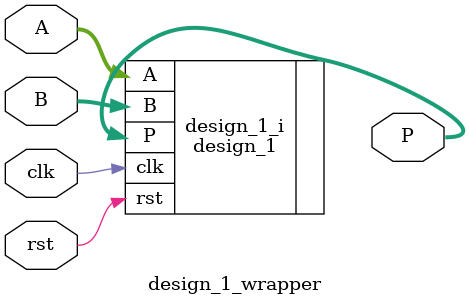
<source format=v>
`timescale 1 ps / 1 ps

module design_1_wrapper
   (A,
    B,
    P,
    clk,
    rst);
  input [31:0]A;
  input [31:0]B;
  output [63:0]P;
  input clk;
  input rst;

  wire [31:0]A;
  wire [31:0]B;
  wire [63:0]P;
  wire clk;
  wire rst;

  design_1 design_1_i
       (.A(A),
        .B(B),
        .P(P),
        .clk(clk),
        .rst(rst));
endmodule

</source>
